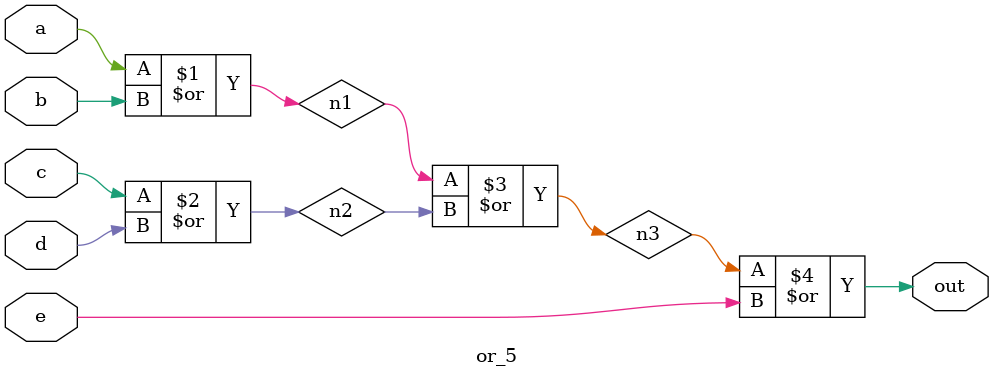
<source format=v>
module or_5 (out, a, b, c, d, e);

    // Inputs 
    input a, b, c, d, e;
    output out;

    wire n1, n2, n3, n4, n5;
    
    or or1 (n1, a, b);    // a & b
    or or2 (n2, c, d);    // c & d
    or or3 (n3, n1, n2);  // a & b & c & d  
    or or4 (out, n3, e);  // a & b & c & d & e

endmodule
</source>
